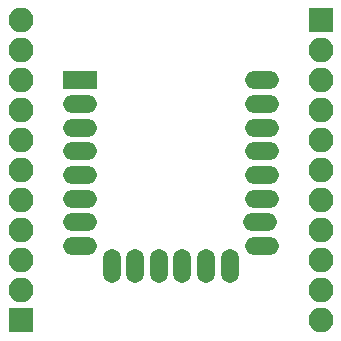
<source format=gbr>
G04 #@! TF.FileFunction,Soldermask,Top*
%FSLAX46Y46*%
G04 Gerber Fmt 4.6, Leading zero omitted, Abs format (unit mm)*
G04 Created by KiCad (PCBNEW 4.0.7) date 11/18/18 14:35:23*
%MOMM*%
%LPD*%
G01*
G04 APERTURE LIST*
%ADD10C,0.100000*%
%ADD11R,2.100000X2.100000*%
%ADD12O,2.100000X2.100000*%
%ADD13R,2.900000X1.500000*%
%ADD14O,2.900000X1.500000*%
%ADD15O,1.500000X2.900000*%
G04 APERTURE END LIST*
D10*
D11*
X133985000Y-109855000D03*
D12*
X133985000Y-107315000D03*
X133985000Y-104775000D03*
X133985000Y-102235000D03*
X133985000Y-99695000D03*
X133985000Y-97155000D03*
X133985000Y-94615000D03*
X133985000Y-92075000D03*
X133985000Y-89535000D03*
X133985000Y-86995000D03*
X133985000Y-84455000D03*
D11*
X159385000Y-84455000D03*
D12*
X159385000Y-86995000D03*
X159385000Y-89535000D03*
X159385000Y-92075000D03*
X159385000Y-94615000D03*
X159385000Y-97155000D03*
X159385000Y-99695000D03*
X159385000Y-102235000D03*
X159385000Y-104775000D03*
X159385000Y-107315000D03*
X159385000Y-109855000D03*
D13*
X139000000Y-89535000D03*
D14*
X139000000Y-91535000D03*
X139000000Y-93535000D03*
X139000000Y-95535000D03*
X139000000Y-97535000D03*
X139000000Y-99535000D03*
X139000000Y-101535000D03*
X139000000Y-103535000D03*
X154400000Y-103535000D03*
X154300000Y-101535000D03*
X154400000Y-99535000D03*
X154400000Y-97535000D03*
X154400000Y-95535000D03*
X154400000Y-93535000D03*
X154400000Y-91535000D03*
X154400000Y-89535000D03*
D15*
X141690000Y-105235000D03*
X143690000Y-105235000D03*
X145690000Y-105235000D03*
X147690000Y-105235000D03*
X149690000Y-105235000D03*
X151690000Y-105235000D03*
M02*

</source>
